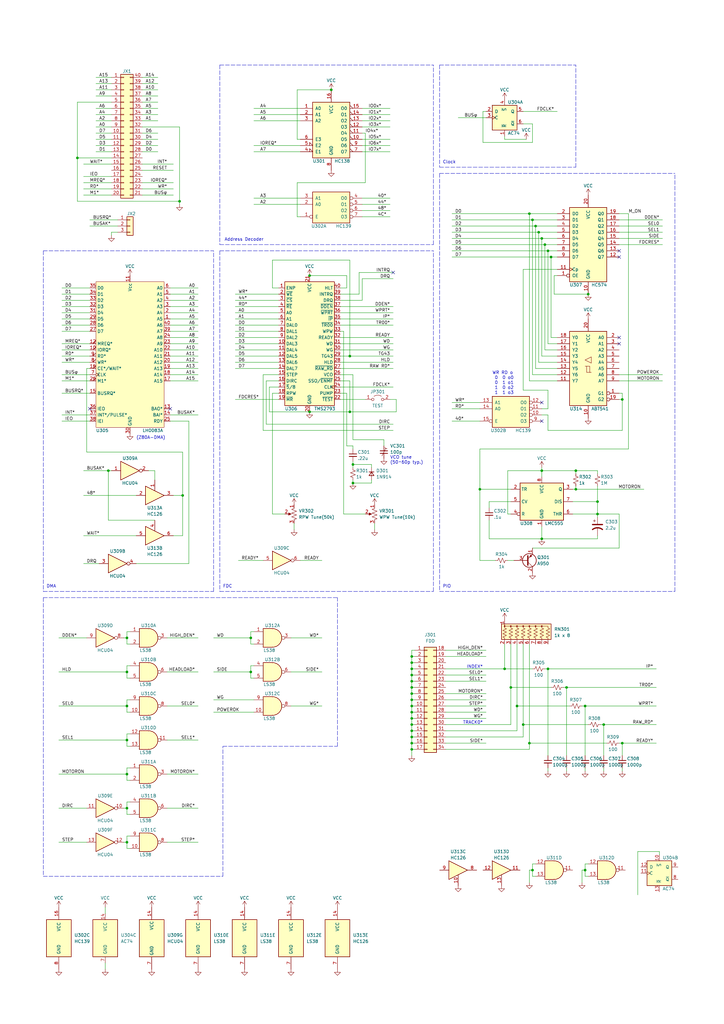
<source format=kicad_sch>
(kicad_sch (version 20211123) (generator eeschema)
  (paper "A3" portrait)
  (junction (at 218.44 356.87))
  (junction (at 143.51 146.05))
  (junction (at 168.91 292.1))
  (junction (at 209.55 281.94))
  (junction (at 196.85 200.66))
  (junction (at 219.71 92.71))
  (junction (at 135.89 36.83))
  (junction (at 52.07 275.59))
  (junction (at 224.79 274.32))
  (junction (at 207.01 274.32))
  (junction (at 240.03 356.87))
  (junction (at 217.17 87.63))
  (junction (at 168.91 297.18))
  (junction (at 222.25 193.04))
  (junction (at 44.45 193.04))
  (junction (at 217.17 304.8))
  (junction (at 168.91 304.8))
  (junction (at 168.91 284.48))
  (junction (at 168.91 271.78))
  (junction (at 127 113.03))
  (junction (at 245.11 210.82))
  (junction (at 73.66 82.55))
  (junction (at 214.63 297.18))
  (junction (at 144.78 198.12))
  (junction (at 226.06 105.41))
  (junction (at 168.91 299.72))
  (junction (at 52.07 303.53))
  (junction (at 168.91 307.34))
  (junction (at 168.91 302.26))
  (junction (at 168.91 274.32))
  (junction (at 168.91 281.94))
  (junction (at 247.65 297.18))
  (junction (at 52.07 317.5))
  (junction (at 236.22 193.04))
  (junction (at 223.52 100.33))
  (junction (at 168.91 279.4))
  (junction (at 212.09 289.56))
  (junction (at 241.3 120.65))
  (junction (at 168.91 287.02))
  (junction (at 255.27 163.83))
  (junction (at 222.25 220.98))
  (junction (at 102.87 275.59))
  (junction (at 52.07 261.62))
  (junction (at 144.78 190.5))
  (junction (at 224.79 102.87))
  (junction (at 222.25 97.79))
  (junction (at 31.75 64.77))
  (junction (at 168.91 269.24))
  (junction (at 232.41 281.94))
  (junction (at 52.07 289.56))
  (junction (at 220.98 95.25))
  (junction (at 240.03 289.56))
  (junction (at 245.11 205.74))
  (junction (at 102.87 261.62))
  (junction (at 143.51 168.91))
  (junction (at 255.27 304.8))
  (junction (at 74.93 203.2))
  (junction (at 218.44 90.17))
  (junction (at 52.07 345.44))
  (junction (at 168.91 294.64))
  (junction (at 52.07 331.47))
  (junction (at 168.91 289.56))
  (junction (at 127 168.91))
  (junction (at 236.22 200.66))
  (junction (at 168.91 276.86))
  (no_connect (at 254 105.41))
  (no_connect (at 69.85 167.64))
  (no_connect (at 222.25 165.1))
  (no_connect (at 254 102.87))
  (no_connect (at 254 140.97))
  (no_connect (at 254 138.43))
  (no_connect (at 161.29 111.76))
  (no_connect (at 222.25 172.72))
  (no_connect (at 36.83 167.64))
  (wire (pts (xy 222.25 167.64) (xy 224.79 167.64)))
  (wire (pts (xy 185.42 90.17) (xy 218.44 90.17)))
  (wire (pts (xy 182.88 299.72) (xy 212.09 299.72)))
  (wire (pts (xy 34.29 193.04) (xy 44.45 193.04)))
  (wire (pts (xy 217.17 304.8) (xy 248.92 304.8)))
  (wire (pts (xy 254 92.71) (xy 271.78 92.71)))
  (wire (pts (xy 139.7 143.51) (xy 161.29 143.51)))
  (wire (pts (xy 25.4 120.65) (xy 36.83 120.65)))
  (wire (pts (xy 142.24 161.29) (xy 142.24 182.88)))
  (wire (pts (xy 52.07 334.01) (xy 52.07 331.47)))
  (wire (pts (xy 228.6 148.59) (xy 220.98 148.59)))
  (wire (pts (xy 58.42 36.83) (xy 64.77 36.83)))
  (wire (pts (xy 24.13 331.47) (xy 35.56 331.47)))
  (wire (pts (xy 254 161.29) (xy 255.27 161.29)))
  (wire (pts (xy 222.25 215.9) (xy 222.25 220.98)))
  (wire (pts (xy 69.85 125.73) (xy 81.28 125.73)))
  (wire (pts (xy 96.52 135.89) (xy 114.3 135.89)))
  (polyline (pts (xy 180.34 242.57) (xy 276.86 242.57)))
  (wire (pts (xy 144.78 190.5) (xy 144.78 191.77)))
  (wire (pts (xy 152.4 196.85) (xy 152.4 198.12)))
  (wire (pts (xy 182.88 274.32) (xy 207.01 274.32)))
  (polyline (pts (xy 177.8 100.33) (xy 177.8 26.67)))
  (wire (pts (xy 68.58 275.59) (xy 81.28 275.59)))
  (wire (pts (xy 25.4 143.51) (xy 36.83 143.51)))
  (wire (pts (xy 96.52 120.65) (xy 114.3 120.65)))
  (wire (pts (xy 196.85 184.15) (xy 196.85 200.66)))
  (wire (pts (xy 168.91 284.48) (xy 170.18 284.48)))
  (wire (pts (xy 157.48 180.34) (xy 144.78 180.34)))
  (wire (pts (xy 255.27 304.8) (xy 255.27 309.88)))
  (wire (pts (xy 123.19 229.87) (xy 132.08 229.87)))
  (wire (pts (xy 218.44 356.87) (xy 217.17 356.87)))
  (wire (pts (xy 185.42 102.87) (xy 224.79 102.87)))
  (wire (pts (xy 50.8 331.47) (xy 52.07 331.47)))
  (wire (pts (xy 224.79 176.53) (xy 255.27 176.53)))
  (wire (pts (xy 218.44 356.87) (xy 218.44 359.41)))
  (wire (pts (xy 31.75 64.77) (xy 45.72 64.77)))
  (wire (pts (xy 245.11 194.31) (xy 245.11 193.04)))
  (wire (pts (xy 157.48 182.88) (xy 157.48 180.34)))
  (wire (pts (xy 68.58 303.53) (xy 81.28 303.53)))
  (polyline (pts (xy 180.34 26.67) (xy 236.22 26.67)))
  (wire (pts (xy 254 95.25) (xy 271.78 95.25)))
  (wire (pts (xy 63.5 193.04) (xy 63.5 196.85)))
  (wire (pts (xy 52.07 300.99) (xy 53.34 300.99)))
  (wire (pts (xy 168.91 302.26) (xy 168.91 304.8)))
  (wire (pts (xy 217.17 356.87) (xy 217.17 361.95)))
  (wire (pts (xy 182.88 307.34) (xy 217.17 307.34)))
  (wire (pts (xy 214.63 50.8) (xy 218.44 50.8)))
  (wire (pts (xy 104.14 264.16) (xy 102.87 264.16)))
  (wire (pts (xy 39.37 36.83) (xy 45.72 36.83)))
  (wire (pts (xy 139.7 148.59) (xy 161.29 148.59)))
  (wire (pts (xy 148.59 81.28) (xy 160.02 81.28)))
  (wire (pts (xy 228.6 153.67) (xy 218.44 153.67)))
  (wire (pts (xy 25.4 170.18) (xy 36.83 170.18)))
  (wire (pts (xy 182.88 287.02) (xy 199.39 287.02)))
  (wire (pts (xy 73.66 52.07) (xy 73.66 82.55)))
  (wire (pts (xy 168.91 279.4) (xy 168.91 281.94)))
  (wire (pts (xy 24.13 317.5) (xy 52.07 317.5)))
  (wire (pts (xy 152.4 198.12) (xy 144.78 198.12)))
  (wire (pts (xy 199.39 45.72) (xy 198.12 45.72)))
  (wire (pts (xy 218.44 90.17) (xy 228.6 90.17)))
  (wire (pts (xy 69.85 148.59) (xy 81.28 148.59)))
  (wire (pts (xy 222.25 170.18) (xy 224.79 170.18)))
  (wire (pts (xy 139.7 146.05) (xy 143.51 146.05)))
  (wire (pts (xy 208.28 229.87) (xy 210.82 229.87)))
  (wire (pts (xy 238.76 356.87) (xy 238.76 361.95)))
  (wire (pts (xy 185.42 167.64) (xy 196.85 167.64)))
  (wire (pts (xy 53.34 278.13) (xy 52.07 278.13)))
  (wire (pts (xy 168.91 289.56) (xy 170.18 289.56)))
  (wire (pts (xy 25.4 130.81) (xy 36.83 130.81)))
  (wire (pts (xy 104.14 83.82) (xy 123.19 83.82)))
  (wire (pts (xy 58.42 69.85) (xy 71.12 69.85)))
  (wire (pts (xy 58.42 44.45) (xy 64.77 44.45)))
  (wire (pts (xy 110.49 158.75) (xy 110.49 168.91)))
  (wire (pts (xy 52.07 261.62) (xy 52.07 259.08)))
  (polyline (pts (xy 17.78 102.87) (xy 17.78 242.57)))
  (wire (pts (xy 52.07 320.04) (xy 52.07 317.5)))
  (wire (pts (xy 52.07 342.9) (xy 53.34 342.9)))
  (wire (pts (xy 168.91 287.02) (xy 170.18 287.02)))
  (wire (pts (xy 148.59 83.82) (xy 160.02 83.82)))
  (wire (pts (xy 69.85 118.11) (xy 81.28 118.11)))
  (wire (pts (xy 35.56 151.13) (xy 35.56 185.42)))
  (wire (pts (xy 219.71 92.71) (xy 219.71 151.13)))
  (wire (pts (xy 168.91 276.86) (xy 168.91 279.4)))
  (wire (pts (xy 255.27 314.96) (xy 255.27 316.23)))
  (wire (pts (xy 58.42 67.31) (xy 71.12 67.31)))
  (wire (pts (xy 25.4 161.29) (xy 36.83 161.29)))
  (polyline (pts (xy 90.17 102.87) (xy 177.8 102.87)))
  (wire (pts (xy 254 210.82) (xy 254 224.79)))
  (wire (pts (xy 104.14 44.45) (xy 123.19 44.45)))
  (wire (pts (xy 119.38 289.56) (xy 132.08 289.56)))
  (wire (pts (xy 185.42 172.72) (xy 196.85 172.72)))
  (wire (pts (xy 139.7 125.73) (xy 161.29 125.73)))
  (wire (pts (xy 168.91 307.34) (xy 170.18 307.34)))
  (wire (pts (xy 148.59 57.15) (xy 160.02 57.15)))
  (wire (pts (xy 140.97 210.82) (xy 149.86 210.82)))
  (wire (pts (xy 139.7 130.81) (xy 161.29 130.81)))
  (wire (pts (xy 143.51 168.91) (xy 162.56 168.91)))
  (wire (pts (xy 212.09 264.16) (xy 212.09 289.56)))
  (wire (pts (xy 254 224.79) (xy 218.44 224.79)))
  (wire (pts (xy 238.76 289.56) (xy 240.03 289.56)))
  (wire (pts (xy 160.02 163.83) (xy 162.56 163.83)))
  (wire (pts (xy 121.92 36.83) (xy 135.89 36.83)))
  (wire (pts (xy 44.45 213.36) (xy 63.5 213.36)))
  (wire (pts (xy 168.91 297.18) (xy 168.91 299.72)))
  (wire (pts (xy 270.51 349.25) (xy 270.51 350.52)))
  (wire (pts (xy 104.14 62.23) (xy 123.19 62.23)))
  (wire (pts (xy 254 97.79) (xy 271.78 97.79)))
  (wire (pts (xy 185.42 165.1) (xy 196.85 165.1)))
  (wire (pts (xy 226.06 105.41) (xy 228.6 105.41)))
  (wire (pts (xy 261.62 349.25) (xy 270.51 349.25)))
  (wire (pts (xy 224.79 314.96) (xy 224.79 316.23)))
  (wire (pts (xy 34.29 77.47) (xy 45.72 77.47)))
  (wire (pts (xy 53.34 320.04) (xy 52.07 320.04)))
  (wire (pts (xy 53.34 334.01) (xy 52.07 334.01)))
  (wire (pts (xy 254 156.21) (xy 271.78 156.21)))
  (wire (pts (xy 45.72 193.04) (xy 44.45 193.04)))
  (wire (pts (xy 168.91 304.8) (xy 170.18 304.8)))
  (wire (pts (xy 224.79 102.87) (xy 224.79 140.97)))
  (wire (pts (xy 58.42 39.37) (xy 64.77 39.37)))
  (wire (pts (xy 207.01 57.15) (xy 215.9 57.15)))
  (wire (pts (xy 228.6 113.03) (xy 227.33 113.03)))
  (wire (pts (xy 240.03 314.96) (xy 240.03 316.23)))
  (wire (pts (xy 52.07 314.96) (xy 53.34 314.96)))
  (wire (pts (xy 222.25 193.04) (xy 222.25 195.58)))
  (wire (pts (xy 39.37 57.15) (xy 45.72 57.15)))
  (wire (pts (xy 139.7 120.65) (xy 147.32 120.65)))
  (wire (pts (xy 121.92 57.15) (xy 121.92 36.83)))
  (wire (pts (xy 96.52 123.19) (xy 114.3 123.19)))
  (wire (pts (xy 52.07 345.44) (xy 52.07 342.9)))
  (wire (pts (xy 96.52 163.83) (xy 114.3 163.83)))
  (wire (pts (xy 223.52 100.33) (xy 223.52 143.51)))
  (polyline (pts (xy 17.78 245.11) (xy 17.78 359.41)))
  (wire (pts (xy 52.07 328.93) (xy 53.34 328.93)))
  (wire (pts (xy 39.37 39.37) (xy 45.72 39.37)))
  (polyline (pts (xy 90.17 26.67) (xy 177.8 26.67)))
  (wire (pts (xy 142.24 182.88) (xy 144.78 182.88)))
  (wire (pts (xy 87.63 287.02) (xy 104.14 287.02)))
  (wire (pts (xy 227.33 113.03) (xy 227.33 120.65)))
  (wire (pts (xy 58.42 49.53) (xy 64.77 49.53)))
  (wire (pts (xy 214.63 297.18) (xy 214.63 302.26)))
  (wire (pts (xy 168.91 281.94) (xy 168.91 284.48)))
  (wire (pts (xy 139.7 156.21) (xy 143.51 156.21)))
  (wire (pts (xy 110.49 158.75) (xy 114.3 158.75)))
  (wire (pts (xy 148.59 88.9) (xy 160.02 88.9)))
  (wire (pts (xy 58.42 46.99) (xy 64.77 46.99)))
  (wire (pts (xy 69.85 130.81) (xy 81.28 130.81)))
  (wire (pts (xy 39.37 31.75) (xy 45.72 31.75)))
  (wire (pts (xy 36.83 92.71) (xy 48.26 92.71)))
  (wire (pts (xy 24.13 261.62) (xy 35.56 261.62)))
  (wire (pts (xy 209.55 281.94) (xy 209.55 297.18)))
  (wire (pts (xy 234.95 200.66) (xy 236.22 200.66)))
  (wire (pts (xy 77.47 172.72) (xy 69.85 172.72)))
  (wire (pts (xy 139.7 161.29) (xy 142.24 161.29)))
  (wire (pts (xy 168.91 276.86) (xy 170.18 276.86)))
  (wire (pts (xy 245.11 205.74) (xy 245.11 210.82)))
  (wire (pts (xy 25.4 153.67) (xy 36.83 153.67)))
  (wire (pts (xy 44.45 213.36) (xy 44.45 193.04)))
  (wire (pts (xy 185.42 95.25) (xy 220.98 95.25)))
  (wire (pts (xy 96.52 133.35) (xy 114.3 133.35)))
  (wire (pts (xy 218.44 50.8) (xy 218.44 58.42)))
  (wire (pts (xy 96.52 130.81) (xy 114.3 130.81)))
  (wire (pts (xy 69.85 140.97) (xy 81.28 140.97)))
  (polyline (pts (xy 17.78 242.57) (xy 87.63 242.57)))
  (wire (pts (xy 168.91 292.1) (xy 168.91 294.64)))
  (wire (pts (xy 39.37 59.69) (xy 45.72 59.69)))
  (wire (pts (xy 74.93 203.2) (xy 74.93 185.42)))
  (wire (pts (xy 182.88 294.64) (xy 199.39 294.64)))
  (wire (pts (xy 220.98 95.25) (xy 220.98 148.59)))
  (wire (pts (xy 219.71 354.33) (xy 218.44 354.33)))
  (wire (pts (xy 200.66 220.98) (xy 222.25 220.98)))
  (wire (pts (xy 168.91 299.72) (xy 170.18 299.72)))
  (wire (pts (xy 39.37 44.45) (xy 45.72 44.45)))
  (wire (pts (xy 143.51 106.68) (xy 143.51 146.05)))
  (wire (pts (xy 207.01 264.16) (xy 207.01 274.32)))
  (polyline (pts (xy 90.17 242.57) (xy 177.8 242.57)))
  (polyline (pts (xy 17.78 245.11) (xy 138.43 245.11)))
  (wire (pts (xy 25.4 140.97) (xy 36.83 140.97)))
  (wire (pts (xy 168.91 289.56) (xy 168.91 292.1)))
  (wire (pts (xy 182.88 284.48) (xy 199.39 284.48)))
  (wire (pts (xy 139.7 135.89) (xy 140.97 135.89)))
  (wire (pts (xy 241.3 354.33) (xy 240.03 354.33)))
  (polyline (pts (xy 180.34 71.12) (xy 276.86 71.12)))
  (wire (pts (xy 25.4 135.89) (xy 36.83 135.89)))
  (wire (pts (xy 77.47 231.14) (xy 77.47 172.72)))
  (wire (pts (xy 52.07 275.59) (xy 52.07 273.05)))
  (wire (pts (xy 127 168.91) (xy 143.51 168.91)))
  (wire (pts (xy 168.91 307.34) (xy 168.91 309.88)))
  (wire (pts (xy 31.75 41.91) (xy 45.72 41.91)))
  (wire (pts (xy 245.11 210.82) (xy 254 210.82)))
  (wire (pts (xy 148.59 62.23) (xy 160.02 62.23)))
  (wire (pts (xy 247.65 297.18) (xy 247.65 309.88)))
  (wire (pts (xy 96.52 148.59) (xy 114.3 148.59)))
  (wire (pts (xy 110.49 168.91) (xy 127 168.91)))
  (wire (pts (xy 25.4 128.27) (xy 36.83 128.27)))
  (wire (pts (xy 240.03 356.87) (xy 240.03 359.41)))
  (wire (pts (xy 139.7 138.43) (xy 161.29 138.43)))
  (wire (pts (xy 207.01 274.32) (xy 218.44 274.32)))
  (polyline (pts (xy 87.63 242.57) (xy 87.63 102.87)))
  (polyline (pts (xy 91.44 306.07) (xy 138.43 306.07)))
  (wire (pts (xy 74.93 185.42) (xy 35.56 185.42)))
  (wire (pts (xy 224.79 274.32) (xy 269.24 274.32)))
  (wire (pts (xy 52.07 278.13) (xy 52.07 275.59)))
  (wire (pts (xy 148.59 114.3) (xy 161.29 114.3)))
  (wire (pts (xy 45.72 95.25) (xy 45.72 96.52)))
  (wire (pts (xy 182.88 302.26) (xy 214.63 302.26)))
  (wire (pts (xy 240.03 289.56) (xy 269.24 289.56)))
  (wire (pts (xy 102.87 261.62) (xy 102.87 259.08)))
  (wire (pts (xy 119.38 275.59) (xy 132.08 275.59)))
  (wire (pts (xy 52.07 292.1) (xy 52.07 289.56)))
  (wire (pts (xy 214.63 297.18) (xy 241.3 297.18)))
  (wire (pts (xy 144.78 180.34) (xy 144.78 153.67)))
  (wire (pts (xy 168.91 287.02) (xy 168.91 289.56)))
  (wire (pts (xy 53.34 306.07) (xy 52.07 306.07)))
  (wire (pts (xy 111.76 210.82) (xy 116.84 210.82)))
  (polyline (pts (xy 180.34 26.67) (xy 180.34 68.58)))
  (wire (pts (xy 232.41 314.96) (xy 232.41 316.23)))
  (wire (pts (xy 48.26 95.25) (xy 45.72 95.25)))
  (wire (pts (xy 224.79 160.02) (xy 224.79 167.64)))
  (polyline (pts (xy 17.78 359.41) (xy 91.44 359.41)))
  (wire (pts (xy 222.25 97.79) (xy 228.6 97.79)))
  (wire (pts (xy 97.79 229.87) (xy 107.95 229.87)))
  (wire (pts (xy 247.65 297.18) (xy 269.24 297.18)))
  (wire (pts (xy 168.91 302.26) (xy 170.18 302.26)))
  (wire (pts (xy 71.12 219.71) (xy 74.93 219.71)))
  (wire (pts (xy 148.59 86.36) (xy 160.02 86.36)))
  (wire (pts (xy 168.91 299.72) (xy 168.91 302.26)))
  (wire (pts (xy 52.07 331.47) (xy 52.07 328.93)))
  (wire (pts (xy 232.41 281.94) (xy 269.24 281.94)))
  (wire (pts (xy 182.88 297.18) (xy 209.55 297.18)))
  (wire (pts (xy 69.85 143.51) (xy 81.28 143.51)))
  (wire (pts (xy 255.27 304.8) (xy 269.24 304.8)))
  (wire (pts (xy 168.91 269.24) (xy 168.91 271.78)))
  (wire (pts (xy 214.63 110.49) (xy 228.6 110.49)))
  (polyline (pts (xy 90.17 26.67) (xy 90.17 100.33)))
  (wire (pts (xy 87.63 292.1) (xy 104.14 292.1)))
  (wire (pts (xy 104.14 278.13) (xy 102.87 278.13)))
  (wire (pts (xy 209.55 200.66) (xy 196.85 200.66)))
  (wire (pts (xy 185.42 100.33) (xy 223.52 100.33)))
  (wire (pts (xy 34.29 67.31) (xy 45.72 67.31)))
  (wire (pts (xy 168.91 284.48) (xy 168.91 287.02)))
  (wire (pts (xy 182.88 279.4) (xy 199.39 279.4)))
  (wire (pts (xy 87.63 275.59) (xy 102.87 275.59)))
  (wire (pts (xy 71.12 203.2) (xy 74.93 203.2)))
  (wire (pts (xy 53.34 292.1) (xy 52.07 292.1)))
  (wire (pts (xy 227.33 120.65) (xy 241.3 120.65)))
  (wire (pts (xy 36.83 151.13) (xy 35.56 151.13)))
  (wire (pts (xy 102.87 278.13) (xy 102.87 275.59)))
  (wire (pts (xy 58.42 34.29) (xy 64.77 34.29)))
  (wire (pts (xy 69.85 156.21) (xy 81.28 156.21)))
  (wire (pts (xy 143.51 156.21) (xy 143.51 168.91)))
  (wire (pts (xy 261.62 349.25) (xy 261.62 367.03)))
  (wire (pts (xy 212.09 289.56) (xy 233.68 289.56)))
  (polyline (pts (xy 177.8 242.57) (xy 177.8 102.87)))
  (wire (pts (xy 39.37 34.29) (xy 45.72 34.29)))
  (wire (pts (xy 31.75 41.91) (xy 31.75 64.77)))
  (wire (pts (xy 218.44 58.42) (xy 198.12 58.42)))
  (wire (pts (xy 31.75 64.77) (xy 31.75 82.55)))
  (wire (pts (xy 24.13 303.53) (xy 52.07 303.53)))
  (wire (pts (xy 148.59 49.53) (xy 160.02 49.53)))
  (wire (pts (xy 96.52 146.05) (xy 114.3 146.05)))
  (wire (pts (xy 96.52 125.73) (xy 114.3 125.73)))
  (wire (pts (xy 148.59 44.45) (xy 160.02 44.45)))
  (wire (pts (xy 58.42 52.07) (xy 73.66 52.07)))
  (wire (pts (xy 53.34 264.16) (xy 52.07 264.16)))
  (wire (pts (xy 52.07 317.5) (xy 52.07 314.96)))
  (wire (pts (xy 43.18 394.97) (xy 43.18 397.51)))
  (wire (pts (xy 144.78 198.12) (xy 144.78 196.85)))
  (wire (pts (xy 148.59 54.61) (xy 149.86 54.61)))
  (wire (pts (xy 232.41 281.94) (xy 232.41 309.88)))
  (wire (pts (xy 69.85 123.19) (xy 81.28 123.19)))
  (wire (pts (xy 228.6 146.05) (xy 222.25 146.05)))
  (wire (pts (xy 34.29 72.39) (xy 45.72 72.39)))
  (wire (pts (xy 214.63 264.16) (xy 214.63 297.18)))
  (wire (pts (xy 214.63 45.72) (xy 228.6 45.72)))
  (wire (pts (xy 53.34 347.98) (xy 52.07 347.98)))
  (wire (pts (xy 111.76 118.11) (xy 111.76 106.68)))
  (wire (pts (xy 234.95 210.82) (xy 245.11 210.82)))
  (wire (pts (xy 25.4 118.11) (xy 36.83 118.11)))
  (wire (pts (xy 39.37 62.23) (xy 45.72 62.23)))
  (wire (pts (xy 185.42 97.79) (xy 222.25 97.79)))
  (wire (pts (xy 68.58 289.56) (xy 81.28 289.56)))
  (wire (pts (xy 34.29 231.14) (xy 40.64 231.14)))
  (wire (pts (xy 222.25 220.98) (xy 245.11 220.98)))
  (polyline (pts (xy 90.17 100.33) (xy 177.8 100.33)))
  (wire (pts (xy 102.87 273.05) (xy 104.14 273.05)))
  (wire (pts (xy 52.07 259.08) (xy 53.34 259.08)))
  (wire (pts (xy 257.81 87.63) (xy 257.81 184.15)))
  (wire (pts (xy 140.97 135.89) (xy 140.97 210.82)))
  (wire (pts (xy 168.91 274.32) (xy 168.91 276.86)))
  (wire (pts (xy 236.22 200.66) (xy 264.16 200.66)))
  (wire (pts (xy 111.76 106.68) (xy 143.51 106.68)))
  (wire (pts (xy 39.37 46.99) (xy 45.72 46.99)))
  (wire (pts (xy 162.56 163.83) (xy 162.56 168.91)))
  (wire (pts (xy 182.88 304.8) (xy 199.39 304.8)))
  (wire (pts (xy 182.88 269.24) (xy 199.39 269.24)))
  (wire (pts (xy 222.25 97.79) (xy 222.25 146.05)))
  (wire (pts (xy 209.55 205.74) (xy 200.66 205.74)))
  (wire (pts (xy 168.91 279.4) (xy 170.18 279.4)))
  (wire (pts (xy 39.37 52.07) (xy 45.72 52.07)))
  (wire (pts (xy 34.29 203.2) (xy 55.88 203.2)))
  (wire (pts (xy 240.03 289.56) (xy 240.03 309.88)))
  (wire (pts (xy 212.09 289.56) (xy 212.09 299.72)))
  (wire (pts (xy 255.27 176.53) (xy 255.27 163.83)))
  (wire (pts (xy 228.6 156.21) (xy 217.17 156.21)))
  (wire (pts (xy 96.52 143.51) (xy 114.3 143.51)))
  (wire (pts (xy 102.87 259.08) (xy 104.14 259.08)))
  (wire (pts (xy 69.85 128.27) (xy 81.28 128.27)))
  (wire (pts (xy 142.24 118.11) (xy 142.24 113.03)))
  (wire (pts (xy 109.22 173.99) (xy 161.29 173.99)))
  (wire (pts (xy 69.85 146.05) (xy 81.28 146.05)))
  (wire (pts (xy 196.85 184.15) (xy 257.81 184.15)))
  (wire (pts (xy 104.14 59.69) (xy 123.19 59.69)))
  (wire (pts (xy 148.59 46.99) (xy 160.02 46.99)))
  (wire (pts (xy 24.13 289.56) (xy 52.07 289.56)))
  (wire (pts (xy 148.59 52.07) (xy 160.02 52.07)))
  (wire (pts (xy 24.13 275.59) (xy 52.07 275.59)))
  (wire (pts (xy 60.96 193.04) (xy 63.5 193.04)))
  (wire (pts (xy 50.8 261.62) (xy 52.07 261.62)))
  (wire (pts (xy 152.4 191.77) (xy 152.4 190.5)))
  (wire (pts (xy 139.7 133.35) (xy 161.29 133.35)))
  (wire (pts (xy 214.63 110.49) (xy 214.63 160.02)))
  (wire (pts (xy 255.27 163.83) (xy 254 163.83)))
  (wire (pts (xy 69.85 133.35) (xy 81.28 133.35)))
  (wire (pts (xy 139.7 151.13) (xy 161.29 151.13)))
  (wire (pts (xy 102.87 275.59) (xy 102.87 273.05)))
  (wire (pts (xy 111.76 161.29) (xy 111.76 210.82)))
  (wire (pts (xy 144.78 189.23) (xy 144.78 190.5)))
  (wire (pts (xy 185.42 92.71) (xy 219.71 92.71)))
  (wire (pts (xy 24.13 345.44) (xy 35.56 345.44)))
  (wire (pts (xy 182.88 266.7) (xy 199.39 266.7)))
  (wire (pts (xy 69.85 120.65) (xy 81.28 120.65)))
  (wire (pts (xy 153.67 217.17) (xy 153.67 214.63)))
  (wire (pts (xy 224.79 102.87) (xy 228.6 102.87)))
  (wire (pts (xy 168.91 281.94) (xy 170.18 281.94)))
  (polyline (pts (xy 90.17 102.87) (xy 90.17 242.57)))
  (wire (pts (xy 228.6 151.13) (xy 219.71 151.13)))
  (wire (pts (xy 68.58 261.62) (xy 81.28 261.62)))
  (wire (pts (xy 209.55 281.94) (xy 226.06 281.94)))
  (wire (pts (xy 104.14 46.99) (xy 123.19 46.99)))
  (wire (pts (xy 107.95 176.53) (xy 161.29 176.53)))
  (wire (pts (xy 144.78 182.88) (xy 144.78 184.15)))
  (wire (pts (xy 217.17 87.63) (xy 228.6 87.63)))
  (wire (pts (xy 69.85 138.43) (xy 81.28 138.43)))
  (wire (pts (xy 254 90.17) (xy 271.78 90.17)))
  (wire (pts (xy 168.91 266.7) (xy 168.91 269.24)))
  (wire (pts (xy 209.55 210.82) (xy 208.28 210.82)))
  (wire (pts (xy 223.52 100.33) (xy 228.6 100.33)))
  (wire (pts (xy 34.29 80.01) (xy 45.72 80.01)))
  (wire (pts (xy 102.87 264.16) (xy 102.87 261.62)))
  (wire (pts (xy 139.7 128.27) (xy 161.29 128.27)))
  (wire (pts (xy 25.4 156.21) (xy 36.83 156.21)))
  (wire (pts (xy 109.22 156.21) (xy 109.22 173.99)))
  (wire (pts (xy 96.52 140.97) (xy 114.3 140.97)))
  (wire (pts (xy 245.11 210.82) (xy 245.11 212.09)))
  (wire (pts (xy 25.4 123.19) (xy 36.83 123.19)))
  (wire (pts (xy 58.42 41.91) (xy 64.77 41.91)))
  (wire (pts (xy 69.85 151.13) (xy 81.28 151.13)))
  (wire (pts (xy 120.65 217.17) (xy 120.65 214.63)))
  (wire (pts (xy 139.7 140.97) (xy 161.29 140.97)))
  (wire (pts (xy 139.7 118.11) (xy 142.24 118.11)))
  (wire (pts (xy 168.91 294.64) (xy 170.18 294.64)))
  (wire (pts (xy 240.03 356.87) (xy 238.76 356.87)))
  (wire (pts (xy 52.07 287.02) (xy 53.34 287.02)))
  (wire (pts (xy 246.38 297.18) (xy 247.65 297.18)))
  (wire (pts (xy 168.91 274.32) (xy 170.18 274.32)))
  (wire (pts (xy 224.79 274.32) (xy 224.79 309.88)))
  (wire (pts (xy 52.07 303.53) (xy 52.07 300.99)))
  (polyline (pts (xy 236.22 68.58) (xy 236.22 26.67)))
  (polyline (pts (xy 91.44 359.41) (xy 91.44 306.07)))
  (wire (pts (xy 50.8 345.44) (xy 52.07 345.44)))
  (polyline (pts (xy 17.78 102.87) (xy 87.63 102.87)))
  (wire (pts (xy 58.42 54.61) (xy 64.77 54.61)))
  (wire (pts (xy 114.3 161.29) (xy 111.76 161.29)))
  (wire (pts (xy 58.42 74.93) (xy 71.12 74.93)))
  (wire (pts (xy 245.11 220.98) (xy 245.11 219.71)))
  (wire (pts (xy 25.4 172.72) (xy 36.83 172.72)))
  (wire (pts (xy 214.63 160.02) (xy 224.79 160.02)))
  (wire (pts (xy 218.44 90.17) (xy 218.44 153.67)))
  (wire (pts (xy 25.4 133.35) (xy 36.83 133.35)))
  (wire (pts (xy 96.52 151.13) (xy 114.3 151.13)))
  (wire (pts (xy 149.86 54.61) (xy 149.86 74.93)))
  (wire (pts (xy 104.14 49.53) (xy 123.19 49.53)))
  (wire (pts (xy 168.91 271.78) (xy 168.91 274.32)))
  (wire (pts (xy 149.86 74.93) (xy 121.92 74.93)))
  (wire (pts (xy 148.59 123.19) (xy 148.59 114.3)))
  (wire (pts (xy 168.91 304.8) (xy 168.91 307.34)))
  (wire (pts (xy 139.7 158.75) (xy 161.29 158.75)))
  (wire (pts (xy 254 87.63) (xy 257.81 87.63)))
  (wire (pts (xy 139.7 163.83) (xy 149.86 163.83)))
  (wire (pts (xy 254 153.67) (xy 271.78 153.67)))
  (wire (pts (xy 68.58 317.5) (xy 81.28 317.5)))
  (wire (pts (xy 31.75 82.55) (xy 73.66 82.55)))
  (wire (pts (xy 223.52 274.32) (xy 224.79 274.32)))
  (wire (pts (xy 142.24 113.03) (xy 127 113.03)))
  (wire (pts (xy 147.32 111.76) (xy 161.29 111.76)))
  (polyline (pts (xy 180.34 68.58) (xy 236.22 68.58)))
  (wire (pts (xy 96.52 138.43) (xy 114.3 138.43)))
  (wire (pts (xy 226.06 105.41) (xy 226.06 138.43)))
  (wire (pts (xy 240.03 354.33) (xy 240.03 356.87)))
  (wire (pts (xy 236.22 193.04) (xy 245.11 193.04)))
  (wire (pts (xy 39.37 54.61) (xy 45.72 54.61)))
  (wire (pts (xy 55.88 231.14) (xy 77.47 231.14)))
  (wire (pts (xy 217.17 264.16) (xy 217.17 304.8)))
  (wire (pts (xy 58.42 80.01) (xy 71.12 80.01)))
  (polyline (pts (xy 180.34 71.12) (xy 180.34 242.57)))
  (wire (pts (xy 236.22 194.31) (xy 236.22 193.04)))
  (wire (pts (xy 121.92 88.9) (xy 123.19 88.9)))
  (wire (pts (xy 217.17 304.8) (xy 217.17 307.34)))
  (wire (pts (xy 52.07 289.56) (xy 52.07 287.02)))
  (wire (pts (xy 34.29 219.71) (xy 55.88 219.71)))
  (wire (pts (xy 254 304.8) (xy 255.27 304.8)))
  (wire (pts (xy 168.91 292.1) (xy 170.18 292.1)))
  (wire (pts (xy 247.65 314.96) (xy 247.65 316.23)))
  (wire (pts (xy 52.07 273.05) (xy 53.34 273.05)))
  (wire (pts (xy 52.07 347.98) (xy 52.07 345.44)))
  (wire (pts (xy 245.11 199.39) (xy 245.11 205.74)))
  (wire (pts (xy 200.66 213.36) (xy 200.66 220.98)))
  (wire (pts (xy 228.6 140.97) (xy 224.79 140.97)))
  (wire (pts (xy 69.85 170.18) (xy 81.28 170.18)))
  (wire (pts (xy 58.42 59.69) (xy 64.77 59.69)))
  (wire (pts (xy 68.58 331.47) (xy 81.28 331.47)))
  (wire (pts (xy 208.28 210.82) (xy 208.28 193.04)))
  (wire (pts (xy 69.85 135.89) (xy 81.28 135.89)))
  (wire (pts (xy 228.6 143.51) (xy 223.52 143.51)))
  (wire (pts (xy 185.42 105.41) (xy 226.06 105.41)))
  (wire (pts (xy 96.52 128.27) (xy 114.3 128.27)))
  (wire (pts (xy 209.55 264.16) (xy 209.55 281.94)))
  (wire (pts (xy 39.37 49.53) (xy 45.72 49.53)))
  (wire (pts (xy 107.95 153.67) (xy 107.95 176.53)))
  (wire (pts (xy 104.14 81.28) (xy 123.19 81.28)))
  (wire (pts (xy 254 100.33) (xy 271.78 100.33)))
  (wire (pts (xy 152.4 190.5) (xy 144.78 190.5)))
  (wire (pts (xy 119.38 261.62) (xy 132.08 261.62)))
  (wire (pts (xy 224.79 170.18) (xy 224.79 176.53)))
  (wire (pts (xy 147.32 120.65) (xy 147.32 111.76)))
  (wire (pts (xy 58.42 77.47) (xy 71.12 77.47)))
  (wire (pts (xy 196.85 229.87) (xy 203.2 229.87)))
  (wire (pts (xy 236.22 200.66) (xy 236.22 199.39)))
  (wire (pts (xy 182.88 276.86) (xy 199.39 276.86)))
  (wire (pts (xy 87.63 261.62) (xy 102.87 261.62)))
  (wire (pts (xy 58.42 31.75) (xy 64.77 31.75)))
  (wire (pts (xy 234.95 205.74) (xy 245.11 205.74)))
  (wire (pts (xy 185.42 87.63) (xy 217.17 87.63)))
  (wire (pts (xy 36.83 90.17) (xy 48.26 90.17)))
  (wire (pts (xy 168.91 297.18) (xy 170.18 297.18)))
  (wire (pts (xy 222.25 191.77) (xy 222.25 193.04)))
  (wire (pts (xy 168.91 269.24) (xy 170.18 269.24)))
  (wire (pts (xy 121.92 74.93) (xy 121.92 88.9)))
  (wire (pts (xy 217.17 87.63) (xy 217.17 156.21)))
  (wire (pts (xy 170.18 271.78) (xy 168.91 271.78)))
  (wire (pts (xy 148.59 59.69) (xy 160.02 59.69)))
  (wire (pts (xy 240.03 359.41) (xy 241.3 359.41)))
  (wire (pts (xy 226.06 138.43) (xy 228.6 138.43)))
  (wire (pts (xy 25.4 125.73) (xy 36.83 125.73)))
  (wire (pts (xy 114.3 118.11) (xy 111.76 118.11)))
  (wire (pts (xy 255.27 161.29) (xy 255.27 163.83)))
  (wire (pts (xy 196.85 229.87) (xy 196.85 200.66)))
  (wire (pts (xy 182.88 292.1) (xy 199.39 292.1)))
  (wire (pts (xy 220.98 95.25) (xy 228.6 95.25)))
  (wire (pts (xy 231.14 281.94) (xy 232.41 281.94)))
  (wire (pts (xy 139.7 123.19) (xy 148.59 123.19)))
  (polyline (pts (xy 138.43 306.07) (xy 138.43 245.11)))
  (wire (pts (xy 143.51 146.05) (xy 161.29 146.05)))
  (wire (pts (xy 198.12 45.72) (xy 198.12 58.42)))
  (wire (pts (xy 58.42 62.23) (xy 64.77 62.23)))
  (wire (pts (xy 236.22 193.04) (xy 222.25 193.04)))
  (wire (pts (xy 25.4 148.59) (xy 36.83 148.59)))
  (wire (pts (xy 182.88 289.56) (xy 199.39 289.56)))
  (wire (pts (xy 200.66 205.74) (xy 200.66 208.28)))
  (wire (pts (xy 52.07 306.07) (xy 52.07 303.53)))
  (wire (pts (xy 207.01 55.88) (xy 207.01 57.15)))
  (wire (pts (xy 68.58 345.44) (xy 81.28 345.44)))
  (wire (pts (xy 25.4 146.05) (xy 36.83 146.05)))
  (wire (pts (xy 114.3 156.21) (xy 109.22 156.21)))
  (wire (pts (xy 144.78 153.67) (xy 139.7 153.67)))
  (wire (pts (xy 58.42 57.15) (xy 64.77 57.15)))
  (wire (pts (xy 114.3 153.67) (xy 107.95 153.67)))
  (polyline (pts (xy 276.86 242.57) (xy 276.86 71.12)))
  (wire (pts (xy 187.96 48.26) (xy 199.39 48.26)))
  (wire (pts (xy 52.07 264.16) (xy 52.07 261.62)))
  (wire (pts (xy 168.91 294.64) (xy 168.91 297.18)))
  (wire (pts (xy 218.44 354.33) (xy 218.44 356.87)))
  (wire (pts (xy 73.66 82.55) (xy 73.66 83.82)))
  (wire (pts (xy 170.18 266.7) (xy 168.91 266.7)))
  (wire (pts (xy 74.93 219.71) (xy 74.93 203.2)))
  (wire (pts (xy 208.28 193.04) (xy 222.25 193.04)))
  (wire (pts (xy 219.71 92.71) (xy 228.6 92.71)))
  (wire (pts (xy 123.19 57.15) (xy 121.92 57.15)))
  (wire (pts (xy 43.18 372.11) (xy 43.18 374.65)))
  (wire (pts (xy 218.44 359.41) (xy 219.71 359.41)))
  (wire (pts (xy 34.29 74.93) (xy 45.72 74.93)))
  (wire (pts (xy 69.85 153.67) (xy 81.28 153.67)))
  (text "Address Decoder" (at 92.075 99.06 0) (effects (font (size 1.27 1.27)) (justify left bottom)))
  (text "(Z80A-DMA)" (at 55.88 180.34 0) (effects (font (size 1.27 1.27)) (justify left bottom)))
  (text "FDC" (at 91.44 241.3 0) (effects (font (size 1.27 1.27)) (justify left bottom)))
  (text "Clock" (at 181.61 67.31 0) (effects (font (size 1.27 1.27)) (justify left bottom)))
  (text "PIO" (at 181.61 241.3 0) (effects (font (size 1.27 1.27)) (justify left bottom)))
  (text "DMA" (at 19.05 241.3 0) (effects (font (size 1.27 1.27)) (justify left bottom)))
  (text "WR RD o\n 0  0 o0\n 0  1 o1\n 1  0 o2\n 1  1 o3" (at 201.93 161.925 0) (effects (font (size 1.27 1.27)) (justify left bottom)))
  (text "TRACK0*" (at 198.12 297.18 180) (effects (font (size 1.27 1.27)) (justify right bottom)))
  (text "INDEX*" (at 198.12 274.32 180) (effects (font (size 1.27 1.27)) (justify right bottom)))
  (text "VCO tune\n(50～60p typ.)" (at 160.02 190.5 0) (effects (font (size 1.27 1.27)) (justify left bottom)))
  (label "SEL1" (at 270.51 95.25 180))
  (label "MREQ*" (at 36.83 74.93 0))
  (label "A9" (at 80.01 140.97 180))
  (label "D2" (at 26.67 123.19 0))
  (label "WD" (at 160.02 140.97 180))
  (label "A0" (at 40.64 52.07 0))
  (label "D3" (at 40.64 59.69 0))
  (label "D3" (at 97.79 140.97 0))
  (label "A6" (at 80.01 133.35 180))
  (label "FDCLK*" (at 227.33 45.72 180))
  (label "A11" (at 80.01 146.05 180))
  (label "A4" (at 80.01 128.27 180))
  (label "MOTORON*" (at 198.12 284.48 180))
  (label "IOREQ*" (at 26.67 143.51 0))
  (label "HIGH_DEN*" (at 198.12 266.7 180))
  (label "SEL1" (at 25.4 303.53 0))
  (label "D2" (at 59.69 59.69 0))
  (label "READY" (at 160.02 138.43 180))
  (label "D6" (at 26.67 133.35 0))
  (label "A15" (at 40.64 31.75 0))
  (label "READY" (at 130.81 229.87 180))
  (label "DDEN*" (at 270.51 90.17 180))
  (label "WAIT*" (at 35.56 219.71 0))
  (label "SIDE*" (at 130.81 275.59 180))
  (label "A1" (at 97.79 130.81 0))
  (label "DDEN*" (at 25.4 261.62 0))
  (label "DIRC*" (at 80.01 331.47 180))
  (label "SEL0*" (at 80.01 289.56 180))
  (label "IO2x*" (at 151.13 49.53 0))
  (label "BUSφ" (at 26.67 153.67 0))
  (label "IEO" (at 36.83 72.39 0))
  (label "INT*" (at 26.67 170.18 0))
  (label "D4" (at 59.69 57.15 0))
  (label "WPRT*" (at 160.02 128.27 180))
  (label "D7" (at 186.69 105.41 0))
  (label "RD*" (at 26.67 146.05 0))
  (label "D7" (at 97.79 151.13 0))
  (label "STEP" (at 25.4 345.44 0))
  (label "HIGH_DEN*" (at 80.01 261.62 180))
  (label "SIDE" (at 270.51 97.79 180))
  (label "44*" (at 154.94 83.82 0))
  (label "D1" (at 186.69 90.17 0))
  (label "4C*" (at 154.94 88.9 0))
  (label "SEL1*" (at 80.01 303.53 180))
  (label "DIRC*" (at 198.12 287.02 180))
  (label "D3" (at 26.67 125.73 0))
  (label "BUSAK*" (at 80.01 170.18 180))
  (label "A7" (at 106.68 62.23 0))
  (label "DRQ" (at 35.56 231.14 0))
  (label "WR*" (at 26.67 148.59 0))
  (label "D1" (at 26.67 120.65 0))
  (label "A2" (at 80.01 123.19 180))
  (label "SEL0" (at 270.51 92.71 180))
  (label "D7" (at 26.67 135.89 0))
  (label "DDEN*" (at 160.02 125.73 180))
  (label "IO1x*" (at 151.13 46.99 0))
  (label "D3" (at 186.69 95.25 0))
  (label "M1*" (at 26.67 156.21 0))
  (label "BUSRQ*" (at 26.67 161.29 0))
  (label "A5" (at 80.01 130.81 180))
  (label "MOTORON" (at 270.51 156.21 180))
  (label "IO4x*" (at 149.86 54.61 0))
  (label "HEADLOAD*" (at 198.12 269.24 180))
  (label "WD*" (at 130.81 261.62 180))
  (label "DIRC" (at 160.02 173.99 180))
  (label "D4" (at 26.67 128.27 0))
  (label "A5" (at 59.69 44.45 0))
  (label "WD" (at 88.9 261.62 0))
  (label "SEL1*" (at 198.12 279.4 180))
  (label "WR*" (at 68.58 77.47 180))
  (label "A9" (at 40.64 39.37 0))
  (label "RAW_RD*" (at 267.97 297.18 180))
  (label "A15" (at 80.01 156.21 180))
  (label "RD*" (at 186.69 167.64 0))
  (label "POWEROK" (at 270.51 153.67 180))
  (label "WG*" (at 130.81 289.56 180))
  (label "FDCLK*" (at 160.02 158.75 180))
  (label "SEL0" (at 25.4 289.56 0))
  (label "D0" (at 186.69 87.63 0))
  (label "A7" (at 59.69 41.91 0))
  (label "D1" (at 97.79 135.89 0))
  (label "HLD" (at 160.02 148.59 180))
  (label "A12" (at 59.69 34.29 0))
  (label "MOTORON" (at 25.4 317.5 0))
  (label "A3" (at 80.01 125.73 180))
  (label "BUSRQ*" (at 38.1 90.17 0))
  (label "WD*" (at 198.12 292.1 180))
  (label "RAW RD*" (at 160.02 151.13 180))
  (label "RD*" (at 97.79 125.73 0))
  (label "D2" (at 186.69 92.71 0))
  (label "BUSφ" (at 190.5 48.26 0))
  (label "TG43" (at 160.02 146.05 180))
  (label "D5" (at 40.64 57.15 0))
  (label "A10" (at 59.69 36.83 0))
  (label "MOTORON*" (at 80.01 317.5 180))
  (label "RD*" (at 36.83 77.47 0))
  (label "A2" (at 40.64 49.53 0))
  (label "D6" (at 59.69 54.61 0))
  (label "A3" (at 106.68 81.28 0))
  (label "44*" (at 97.79 123.19 0))
  (label "DRQ" (at 160.02 114.3 180))
  (label "A8" (at 59.69 39.37 0))
  (label "WR*" (at 186.69 165.1 0))
  (label "48*" (at 154.94 86.36 0))
  (label "A2" (at 106.68 83.82 0))
  (label "A1" (at 80.01 120.65 180))
  (label "D5" (at 97.79 146.05 0))
  (label "IP*" (at 160.02 130.81 180))
  (label "IEO" (at 26.67 172.72 0))
  (label "FDCRES*" (at 270.51 100.33 180))
  (label "A10" (at 80.01 143.51 180))
  (label "STEP" (at 160.02 176.53 180))
  (label "INT*" (at 68.58 67.31 180))
  (label "D6" (at 97.79 148.59 0))
  (label "SIDE" (at 88.9 275.59 0))
  (label "A5" (at 106.68 46.99 0))
  (label "FDCRES*" (at 97.79 163.83 0))
  (label "BUSφ" (at 68.58 80.01 180))
  (label "A13" (at 80.01 151.13 180))
  (label "D0" (at 97.79 133.35 0))
  (label "40*" (at 186.69 172.72 0))
  (label "BUSAK*" (at 35.56 193.04 0))
  (label "IOREQ*" (at 68.58 74.93 180))
  (label "IP*" (at 267.97 274.32 180))
  (label "A6" (at 106.68 49.53 0))
  (label "A14" (at 59.69 31.75 0))
  (label "TR00*" (at 160.02 133.35 180))
  (label "WAIT*" (at 36.83 67.31 0))
  (label "RESET" (at 68.58 69.85 180))
  (label "WG" (at 160.02 143.51 180))
  (label "A4" (at 106.68 44.45 0))
  (label "IO3x*" (at 151.13 52.07 0))
  (label "D1" (at 40.64 62.23 0))
  (label "A0" (at 97.79 128.27 0))
  (label "WG" (at 88.9 287.02 0))
  (label "MOTORON" (at 262.89 200.66 180))
  (label "A13" (at 40.64 34.29 0))
  (label "IO7x*" (at 151.13 62.23 0))
  (label "M1*" (at 36.83 80.01 0))
  (label "A6" (at 40.64 44.45 0))
  (label "D7" (at 40.64 54.61 0))
  (label "HLD" (at 25.4 275.59 0))
  (label "D6" (at 186.69 102.87 0))
  (label "D2" (at 97.79 138.43 0))
  (label "WR*" (at 97.79 120.65 0))
  (label "D4" (at 97.79 143.51 0))
  (label "A7" (at 80.01 135.89 180))
  (label "READY*" (at 99.06 229.87 0))
  (label "READY*" (at 267.97 304.8 180))
  (label "HEADLOAD*" (at 80.01 275.59 180))
  (label "MREQ*" (at 26.67 140.97 0))
  (label "BUSAK*" (at 38.1 92.71 0))
  (label "D0" (at 26.67 118.11 0))
  (label "SIDE*" (at 198.12 304.8 180))
  (label "A1" (at 59.69 49.53 0))
  (label "D5" (at 186.69 100.33 0))
  (label "STEP*" (at 80.01 345.44 180))
  (label "A14" (at 80.01 153.67 180))
  (label "WG*" (at 198.12 294.64 180))
  (label "SEL0*" (at 198.12 276.86 180))
  (label "WPRT*" (at 267.97 289.56 180))
  (label "IOREQ*" (at 106.68 59.69 0))
  (label "STEP*" (at 198.12 289.56 180))
  (label "POWEROK" (at 88.9 292.1 0))
  (label "D0" (at 59.69 62.23 0))
  (label "D4" (at 186.69 97.79 0))
  (label "INTRQ" (at 160.02 111.76 180))
  (label "TR00*" (at 267.97 281.94 180))
  (label "48*" (at 35.56 203.2 0))
  (label "DIRC" (at 25.4 331.47 0))
  (label "IO5x*" (at 151.13 57.15 0))
  (label "M_ON" (at 257.81 87.63 0))
  (label "D5" (at 26.67 130.81 0))
  (label "IO6x*" (at 151.13 59.69 0))
  (label "A12" (at 80.01 148.59 180))
  (label "A11" (at 40.64 36.83 0))
  (label "IO0x*" (at 151.13 44.45 0))
  (label "40*" (at 154.94 81.28 0))
  (label "A3" (at 59.69 46.99 0))
  (label "A0" (at 80.01 118.11 180))
  (label "A8" (at 80.01 138.43 180))
  (label "A4" (at 40.64 46.99 0))
  (symbol (lib_id "Zilog:Z80DMA") (at 53.34 144.78 0) (unit 1)
    (property "Reference" "U305" (at 39.37 176.53 0) (effects (justify left)))
    (property "Value" "LH0083A" (at 58.42 176.53 0) (effects (justify left)))
  )
  (symbol (lib_id "power:GND") (at 255.27 316.23 0) (unit 1)
    (property "Reference" "#PWR?" (effects hide))
    (property "Value" "GND" (effects hide))
  )
  (symbol (lib_id "power:GND") (at 168.91 309.88 0) (unit 1)
    (property "Reference" "#PWR?" (effects hide))
    (property "Value" "GND" (effects hide))
  )
  (symbol (lib_id "power:VCC") (at 241.3 80.01 0) (unit 1)
    (property "Reference" "#PWR?" (effects hide))
    (property "Value" "VCC" (at 241.3 76.2 0))
  )
  (symbol (lib_id "74xx:74LS38") (at 111.76 275.59 0) (unit 2)
    (property "Reference" "U312" (at 111.76 270.51 0))
    (property "Value" "LS38" (at 110.49 280.67 0))
    (property "Datasheet" "http://www.ti.com/lit/gpn/sn74LS38" (effects hide))
  )
  (symbol (lib_id "power:GND") (at 153.67 217.17 0) (unit 1)
    (property "Reference" "#PWR?" (effects hide))
    (property "Value" "GND" (effects hide))
  )
  (symbol (lib_id "Device:C_Trim_Small") (at 157.48 185.42 0) (unit 1)
    (property "Reference" "VC301" (at 160.02 182.88 0) (effects (justify left)))
    (property "Value" "100p" (at 160.02 185.42 0) (effects (justify left)))
  )
  (symbol (lib_id "power:GND") (at 24.13 397.51 0) (unit 1)
    (property "Reference" "#PWR?" (effects hide))
    (property "Value" "GND" (effects hide))
  )
  (symbol (lib_id "power:VCC") (at 241.3 130.81 0) (unit 1)
    (property "Reference" "#PWR?" (effects hide))
    (property "Value" "VCC" (at 241.3 127 0))
  )
  (symbol (lib_id "Device:R_Small_US") (at 205.74 229.87 90) (unit 1)
    (property "Reference" "R304" (at 208.28 227.33 90) (effects (justify left)))
    (property "Value" "1k" (at 207.01 232.41 90) (effects (justify left)))
  )
  (symbol (lib_id "74xx:74LS126") (at 187.96 356.87 0) (unit 3)
    (property "Reference" "U313" (at 187.96 349.25 0))
    (property "Value" "HC126" (at 187.96 351.79 0))
    (property "Datasheet" "http://www.ti.com/lit/gpn/sn74LS126" (effects hide))
  )
  (symbol (lib_id "74xx:74LS38") (at 111.76 261.62 0) (unit 1)
    (property "Reference" "U312" (at 111.76 256.54 0))
    (property "Value" "LS38" (at 110.49 266.7 0))
    (property "Datasheet" "http://www.ti.com/lit/gpn/sn74LS38" (effects hide))
  )
  (symbol (lib_id "power:VCC") (at 81.28 372.11 0) (unit 1)
    (property "Reference" "#PWR?" (effects hide))
    (property "Value" "VCC" (at 81.28 368.3 0))
  )
  (symbol (lib_id "Device:R_Potentiometer_US") (at 153.67 210.82 0) (mirror y) (unit 1)
    (property "Reference" "VR301" (at 155.575 209.55 0) (effects (justify right)))
    (property "Value" "WPW Tune(10k)" (at 155.575 212.09 0) (effects (justify right)))
  )
  (symbol (lib_id "Connector_Generic:Conn_02x17_Top_Bottom") (at 175.26 287.02 0) (unit 1)
    (property "Reference" "J301" (at 176.53 260.35 0))
    (property "Value" "FDD" (at 176.53 262.89 0))
  )
  (symbol (lib_id "power:GND") (at 138.43 397.51 0) (unit 1)
    (property "Reference" "#PWR?" (effects hide))
    (property "Value" "GND" (effects hide))
  )
  (symbol (lib_id "74xx:74LS04") (at 62.23 384.81 0) (unit 7)
    (property "Reference" "U309" (at 68.58 383.5399 0) (effects (justify left)))
    (property "Value" "HCU04" (at 68.58 386.0799 0) (effects (justify left)))
    (property "Datasheet" "http://www.ti.com/lit/gpn/sn74LS04" (effects hide))
  )
  (symbol (lib_id "Device:C_Small") (at 232.41 312.42 0) (unit 1)
    (property "Reference" "C305" (at 234.315 311.15 0) (effects (justify left)))
    (property "Value" "1000p" (at 234.315 313.69 0) (effects (justify left)))
  )
  (symbol (lib_id "TMS:TMS2793") (at 127 139.7 0) (unit 1)
    (property "Reference" "U306" (at 116.84 167.64 0) (effects (justify left)))
    (property "Value" "TMS2793" (at 128.905 167.64 0) (effects (justify left)))
  )
  (symbol (lib_id "power:GND") (at 73.66 83.82 0) (unit 1)
    (property "Reference" "#PWR?" (effects hide))
    (property "Value" "GND" (effects hide))
  )
  (symbol (lib_id "power:VCC") (at 24.13 372.11 0) (unit 1)
    (property "Reference" "#PWR?" (effects hide))
    (property "Value" "VCC" (at 24.13 368.3 0))
  )
  (symbol (lib_id "Device:R_Potentiometer_US") (at 120.65 210.82 0) (mirror y) (unit 1)
    (property "Reference" "VR302" (at 122.555 209.55 0) (effects (justify right)))
    (property "Value" "RPW Tune(50k)" (at 122.555 212.09 0) (effects (justify right)))
  )
  (symbol (lib_id "power:GND") (at 43.18 397.51 0) (unit 1)
    (property "Reference" "#PWR?" (effects hide))
    (property "Value" "GND" (effects hide))
  )
  (symbol (lib_id "74xx:74LS139") (at 209.55 167.64 0) (unit 2)
    (property "Reference" "U302" (at 204.47 176.53 0))
    (property "Value" "HC139" (at 214.63 176.53 0))
    (property "Datasheet" "http://www.ti.com/lit/ds/symlink/sn74ls139a.pdf" (effects hide))
  )
  (symbol (lib_id "Device:R_Small_US") (at 251.46 304.8 90) (unit 1)
    (property "Reference" "R309" (at 254 302.26 90) (effects (justify left)))
    (property "Value" "100" (at 253.365 307.34 90) (effects (justify left)))
  )
  (symbol (lib_id "74xx:74LS74") (at 270.51 358.14 0) (unit 2)
    (property "Reference" "U304" (at 271.78 351.79 0) (effects (justify left)))
    (property "Value" "AC74" (at 271.78 364.49 0) (effects (justify left)))
    (property "Datasheet" "74xx/74hc_hct74.pdf" (effects hide))
  )
  (symbol (lib_id "power:VCC") (at 119.38 372.11 0) (unit 1)
    (property "Reference" "#PWR?" (effects hide))
    (property "Value" "VCC" (at 119.38 368.3 0))
  )
  (symbol (lib_id "Connector_Generic:Conn_02x20_Counter_Clockwise") (at 50.8 54.61 0) (unit 1)
    (property "Reference" "JX1" (at 52.07 29.21 0))
    (property "Value" "Conn_02x20_Counter_Clockwise" (effects hide))
  )
  (symbol (lib_id "74xx:74LS04") (at 43.18 345.44 0) (unit 6)
    (property "Reference" "U309" (at 43.18 340.36 0))
    (property "Value" "HCU04" (at 43.18 350.52 0))
    (property "Datasheet" "http://www.ti.com/lit/gpn/sn74LS04" (effects hide))
  )
  (symbol (lib_id "74xx:74LS74") (at 43.18 384.81 0) (unit 3)
    (property "Reference" "U304" (at 49.53 383.5399 0) (effects (justify left)))
    (property "Value" "AC74" (at 49.53 386.0799 0) (effects (justify left)))
    (property "Datasheet" "74xx/74hc_hct74.pdf" (effects hide))
  )
  (symbol (lib_id "power:GND") (at 100.33 397.51 0) (unit 1)
    (property "Reference" "#PWR?" (effects hide))
    (property "Value" "GND" (effects hide))
  )
  (symbol (lib_id "74xx:74LS126") (at 138.43 384.81 0) (unit 5)
    (property "Reference" "U313" (at 144.78 383.5399 0) (effects (justify left)))
    (property "Value" "HC126" (at 144.78 386.0799 0) (effects (justify left)))
    (property "Datasheet" "http://www.ti.com/lit/gpn/sn74LS126" (effects hide))
  )
  (symbol (lib_id "74xx:74LS38") (at 81.28 384.81 0) (unit 5)
    (property "Reference" "U310" (at 87.63 383.5399 0) (effects (justify left)))
    (property "Value" "LS38" (at 87.63 386.0799 0) (effects (justify left)))
    (property "Datasheet" "http://www.ti.com/lit/gpn/sn74LS38" (effects hide))
  )
  (symbol (lib_id "74xx:74LS139") (at 24.13 384.81 0) (unit 3)
    (property "Reference" "U302" (at 30.48 383.5399 0) (effects (justify left)))
    (property "Value" "HC139" (at 30.48 386.0799 0) (effects (justify left)))
    (property "Datasheet" "http://www.ti.com/lit/ds/symlink/sn74ls139a.pdf" (effects hide))
  )
  (symbol (lib_id "power:GND") (at 144.78 198.12 0) (unit 1)
    (property "Reference" "#PWR?" (effects hide))
    (property "Value" "GND" (effects hide))
  )
  (symbol (lib_id "power:GND") (at 218.44 234.95 0) (unit 1)
    (property "Reference" "#PWR?" (effects hide))
    (property "Value" "GND" (effects hide))
  )
  (symbol (lib_id "power:GND") (at 53.34 177.8 0) (unit 1)
    (property "Reference" "#PWR?" (effects hide))
    (property "Value" "GND" (effects hide))
  )
  (symbol (lib_id "Device:R_Small_US") (at 236.22 289.56 90) (unit 1)
    (property "Reference" "R307" (at 238.76 287.02 90) (effects (justify left)))
    (property "Value" "100" (at 238.125 292.1 90) (effects (justify left)))
  )
  (symbol (lib_id "power:GND") (at 62.23 397.51 0) (unit 1)
    (property "Reference" "#PWR?" (effects hide))
    (property "Value" "GND" (effects hide))
  )
  (symbol (lib_id "74xx:74LS04") (at 43.18 261.62 0) (unit 4)
    (property "Reference" "U309" (at 43.18 256.54 0))
    (property "Value" "HCU04" (at 43.18 266.7 0))
    (property "Datasheet" "http://www.ti.com/lit/gpn/sn74LS04" (effects hide))
  )
  (symbol (lib_id "74xx:74LS38") (at 60.96 331.47 0) (unit 2)
    (property "Reference" "U311" (at 60.96 326.39 0))
    (property "Value" "LS38" (at 59.69 336.55 0))
    (property "Datasheet" "http://www.ti.com/lit/gpn/sn74LS38" (effects hide))
  )
  (symbol (lib_id "power:GND") (at 232.41 316.23 0) (unit 1)
    (property "Reference" "#PWR?" (effects hide))
    (property "Value" "GND" (effects hide))
  )
  (symbol (lib_id "74xx:74LS38") (at 60.96 303.53 0) (unit 4)
    (property "Reference" "U310" (at 60.96 298.45 0))
    (property "Value" "LS38" (at 59.69 308.61 0))
    (property "Datasheet" "http://www.ti.com/lit/gpn/sn74LS38" (effects hide))
  )
  (symbol (lib_id "Connector_Generic:Conn_01x03") (at 53.34 92.71 0) (unit 1)
    (property "Reference" "JX2" (at 52.07 87.63 0) (effects (justify left)))
    (property "Value" "Conn_01x03" (effects hide))
  )
  (symbol (lib_id "Jumper:Jumper_2_Open") (at 154.94 163.83 0) (unit 1)
    (property "Reference" "JP301" (at 154.94 160.655 0))
    (property "Value" "TEST" (at 154.94 166.37 0))
  )
  (symbol (lib_id "power:GND") (at 240.03 316.23 0) (unit 1)
    (property "Reference" "#PWR?" (effects hide))
    (property "Value" "GND" (effects hide))
  )
  (symbol (lib_id "74xx:74LS38") (at 60.96 261.62 0) (unit 1)
    (property "Reference" "U310" (at 60.96 256.54 0))
    (property "Value" "LS38" (at 59.69 266.7 0))
    (property "Datasheet" "http://www.ti.com/lit/gpn/sn74LS38" (effects hide))
  )
  (symbol (lib_id "Device:R_Network08_US") (at 217.17 259.08 0) (unit 1)
    (property "Reference" "RN301" (at 227.33 258.0639 0) (effects (justify left)))
    (property "Value" "1k x 8" (at 227.33 260.6039 0) (effects (justify left)))
    (property "Footprint" "Resistor_THT:R_Array_SIP9" (effects hide))
    (property "Datasheet" "http://www.vishay.com/docs/31509/csc.pdf" (effects hide))
  )
  (symbol (lib_id "74xx:74LS38") (at 60.96 275.59 0) (unit 2)
    (property "Reference" "U310" (at 60.96 270.51 0))
    (property "Value" "LS38" (at 59.69 280.67 0))
    (property "Datasheet" "http://www.ti.com/lit/gpn/sn74LS38" (effects hide))
  )
  (symbol (lib_id "Device:Q_PNP_ECB") (at 215.9 229.87 0) (mirror x) (unit 1)
    (property "Reference" "Q301" (at 220.345 228.6 0) (effects (justify left)))
    (property "Value" "A950" (at 220.345 231.14 0) (effects (justify left)))
  )
  (symbol (lib_id "74xx:74LS38") (at 227.33 356.87 0) (unit 4)
    (property "Reference" "U311" (at 227.33 351.79 0))
    (property "Value" "LS38" (at 226.06 361.95 0))
    (property "Datasheet" "http://www.ti.com/lit/gpn/sn74LS38" (effects hide))
  )
  (symbol (lib_id "power:GND") (at 157.48 187.96 0) (unit 1)
    (property "Reference" "#PWR?" (effects hide))
    (property "Value" "GND" (effects hide))
  )
  (symbol (lib_id "Device:C_Small") (at 255.27 312.42 0) (unit 1)
    (property "Reference" "C308" (at 257.175 311.15 0) (effects (justify left)))
    (property "Value" "1000p" (at 257.175 313.69 0) (effects (justify left)))
  )
  (symbol (lib_id "74xx:74LS126") (at 63.5 219.71 0) (mirror x) (unit 2)
    (property "Reference" "U313" (at 63.5 224.79 0))
    (property "Value" "HC126" (at 63.5 227.33 0))
    (property "Datasheet" "http://www.ti.com/lit/gpn/sn74LS126" (effects hide))
  )
  (symbol (lib_id "74xx:74LS38") (at 100.33 384.81 0) (unit 5)
    (property "Reference" "U311" (at 106.68 383.5399 0) (effects (justify left)))
    (property "Value" "LS38" (at 106.68 386.0799 0) (effects (justify left)))
    (property "Datasheet" "http://www.ti.com/lit/gpn/sn74LS38" (effects hide))
  )
  (symbol (lib_id "74xx:74LS74") (at 207.01 48.26 0) (unit 1)
    (property "Reference" "U304" (at 208.28 41.91 0) (effects (justify left)))
    (property "Value" "AC74" (at 208.28 54.61 0) (effects (justify left)))
    (property "Datasheet" "74xx/74hc_hct74.pdf" (effects hide))
  )
  (symbol (lib_id "power:VCC") (at 215.9 57.15 0) (unit 1)
    (property "Reference" "#PWR?" (effects hide))
    (property "Value" "VCC" (at 215.9 53.34 0))
  )
  (symbol (lib_id "power:GND") (at 241.3 120.65 0) (unit 1)
    (property "Reference" "#PWR?" (effects hide))
    (property "Value" "GND" (effects hide))
  )
  (symbol (lib_id "power:VCC") (at 207.01 254 0) (unit 1)
    (property "Reference" "#PWR?" (effects hide))
    (property "Value" "VCC" (at 207.01 250.19 0))
  )
  (symbol (lib_id "74xx:74LS04") (at 115.57 229.87 0) (unit 3)
    (property "Reference" "U309" (at 115.57 224.79 0))
    (property "Value" "HCU04" (at 115.57 234.95 0))
    (property "Datasheet" "http://www.ti.com/lit/gpn/sn74LS04" (effects hide))
  )
  (symbol (lib_id "power:GND") (at 45.72 96.52 0) (unit 1)
    (property "Reference" "#PWR?" (effects hide))
    (property "Value" "GND" (effects hide))
  )
  (symbol (lib_id "Device:C_Small") (at 247.65 312.42 0) (unit 1)
    (property "Reference" "C307" (at 249.555 311.15 0) (effects (justify left)))
    (property "Value" "1000p" (at 249.555 313.69 0) (effects (justify left)))
  )
  (symbol (lib_id "Device:R_Small_US") (at 243.84 297.18 90) (unit 1)
    (property "Reference" "R308" (at 246.38 294.64 90) (effects (justify left)))
    (property "Value" "100" (at 245.745 299.72 90) (effects (justify left)))
  )
  (symbol (lib_id "power:GND") (at 224.79 316.23 0) (unit 1)
    (property "Reference" "#PWR?" (effects hide))
    (property "Value" "GND" (effects hide))
  )
  (symbol (lib_id "74xx:74LS126") (at 205.74 356.87 0) (unit 4)
    (property "Reference" "U313" (at 205.74 349.25 0))
    (property "Value" "HC126" (at 205.74 351.79 0))
    (property "Datasheet" "http://www.ti.com/lit/gpn/sn74LS126" (effects hide))
  )
  (symbol (lib_id "power:GND") (at 247.65 316.23 0) (unit 1)
    (property "Reference" "#PWR?" (effects hide))
    (property "Value" "GND" (effects hide))
  )
  (symbol (lib_id "74xx:74LS139") (at 135.89 83.82 0) (unit 1)
    (property "Reference" "U302" (at 130.81 92.71 0))
    (property "Value" "HC139" (at 140.97 92.71 0))
    (property "Datasheet" "http://www.ti.com/lit/ds/symlink/sn74ls139a.pdf" (effects hide))
  )
  (symbol (lib_id "power:VCC") (at 153.67 207.01 0) (unit 1)
    (property "Reference" "#PWR?" (effects hide))
    (property "Value" "VCC" (at 153.67 203.2 0))
  )
  (symbol (lib_id "74xx:74LS38") (at 248.92 356.87 0) (unit 4)
    (property "Reference" "U312" (at 248.92 351.79 0))
    (property "Value" "LS38" (at 247.65 361.95 0))
    (property "Datasheet" "http://www.ti.com/lit/gpn/sn74LS38" (effects hide))
  )
  (symbol (lib_id "Device:R_Small_US") (at 144.78 194.31 0) (unit 1)
    (property "Reference" "R301" (at 146.05 193.04 0) (effects (justify left)))
    (property "Value" "1k" (at 146.05 195.58 0) (effects (justify left)))
  )
  (symbol (lib_id "power:VCC") (at 135.89 36.83 0) (unit 1)
    (property "Reference" "#PWR?" (effects hide))
    (property "Value" "VCC" (at 135.89 33.02 0))
  )
  (symbol (lib_id "Timer:LMC555xN") (at 222.25 205.74 0) (unit 1)
    (property "Reference" "U308" (at 213.36 214.63 0) (effects (justify left)))
    (property "Value" "LMC555" (at 223.52 214.63 0) (effects (justify left)))
    (property "Footprint" "Package_DIP:DIP-8_W7.62mm" (effects hide))
    (property "Datasheet" "http://www.ti.com/lit/ds/symlink/lmc555.pdf" (effects hide))
  )
  (symbol (lib_id "power:VCC") (at 100.33 372.11 0) (unit 1)
    (property "Reference" "#PWR?" (effects hide))
    (property "Value" "VCC" (at 100.33 368.3 0))
  )
  (symbol (lib_id "power:VCC") (at 62.23 372.11 0) (unit 1)
    (property "Reference" "#PWR?" (effects hide))
    (property "Value" "VCC" (at 62.23 368.3 0))
  )
  (symbol (lib_id "Device:R_Small_US") (at 228.6 281.94 90) (unit 1)
    (property "Reference" "R306" (at 231.14 279.4 90) (effects (justify left)))
    (property "Value" "100" (at 230.505 284.48 90) (effects (justify left)))
  )
  (symbol (lib_id "Device:C_Small") (at 224.79 312.42 0) (unit 1)
    (property "Reference" "C304" (at 226.695 311.15 0) (effects (justify left)))
    (property "Value" "1000p" (at 226.695 313.69 0) (effects (justify left)))
  )
  (symbol (lib_id "Device:D_Small") (at 152.4 194.31 270) (unit 1)
    (property "Reference" "D301" (at 154.305 193.04 90) (effects (justify left)))
    (property "Value" "1N914" (at 154.305 195.58 90) (effects (justify left)))
  )
  (symbol (lib_id "74xx:74LS38") (at 60.96 289.56 0) (unit 3)
    (property "Reference" "U310" (at 60.96 284.48 0))
    (property "Value" "LS38" (at 59.69 294.64 0))
    (property "Datasheet" "http://www.ti.com/lit/gpn/sn74LS38" (effects hide))
  )
  (symbol (lib_id "power:GND") (at 238.76 361.95 0) (unit 1)
    (property "Reference" "#PWR?" (effects hide))
    (property "Value" "GND" (effects hide))
  )
  (symbol (lib_id "Device:R_Small_US") (at 245.11 196.85 0) (unit 1)
    (property "Reference" "R303" (at 246.38 195.58 0) (effects (justify left)))
    (property "Value" "1M" (at 246.38 198.12 0) (effects (justify left)))
  )
  (symbol (lib_id "power:GND") (at 81.28 397.51 0) (unit 1)
    (property "Reference" "#PWR?" (effects hide))
    (property "Value" "GND" (effects hide))
  )
  (symbol (lib_id "74xx:74LS38") (at 60.96 317.5 0) (unit 1)
    (property "Reference" "U311" (at 60.96 312.42 0))
    (property "Value" "LS38" (at 59.69 322.58 0))
    (property "Datasheet" "http://www.ti.com/lit/gpn/sn74LS38" (effects hide))
  )
  (symbol (lib_id "power:VCC") (at 222.25 191.77 0) (unit 1)
    (property "Reference" "#PWR?" (effects hide))
    (property "Value" "VCC" (at 222.25 187.96 0))
  )
  (symbol (lib_id "power:VCC") (at 138.43 372.11 0) (unit 1)
    (property "Reference" "#PWR?" (effects hide))
    (property "Value" "VCC" (at 138.43 368.3 0))
  )
  (symbol (lib_id "74xx:74LS574") (at 241.3 100.33 0) (unit 1)
    (property "Reference" "U307" (at 233.68 116.84 0) (effects (justify left)))
    (property "Value" "HC574" (at 242.57 116.84 0) (effects (justify left)))
    (property "Datasheet" "http://www.ti.com/lit/gpn/sn74LS574" (effects hide))
  )
  (symbol (lib_id "74xx:74LS541") (at 241.3 151.13 0) (mirror y) (unit 1)
    (property "Reference" "U314" (at 233.68 167.64 0) (effects (justify right)))
    (property "Value" "ABT541" (at 242.57 167.64 0) (effects (justify right)))
    (property "Datasheet" "http://www.ti.com/lit/gpn/sn74LS541" (effects hide))
  )
  (symbol (lib_id "power:GND") (at 120.65 217.17 0) (unit 1)
    (property "Reference" "#PWR?" (effects hide))
    (property "Value" "GND" (effects hide))
  )
  (symbol (lib_id "power:VCC") (at 127 113.03 0) (unit 1)
    (property "Reference" "#PWR?" (effects hide))
    (property "Value" "VCC" (at 127 109.22 0))
  )
  (symbol (lib_id "power:GND") (at 241.3 171.45 0) (unit 1)
    (property "Reference" "#PWR?" (effects hide))
    (property "Value" "GND" (effects hide))
  )
  (symbol (lib_id "power:GND") (at 205.74 363.22 0) (unit 1)
    (property "Reference" "#PWR?" (effects hide))
    (property "Value" "GND" (effects hide))
  )
  (symbol (lib_id "Device:R_Small_US") (at 236.22 196.85 0) (unit 1)
    (property "Reference" "R302" (at 237.49 195.58 0) (effects (justify left)))
    (property "Value" "1k" (at 237.49 198.12 0) (effects (justify left)))
  )
  (symbol (lib_id "power:GND") (at 135.89 69.85 0) (unit 1)
    (property "Reference" "#PWR?" (effects hide))
    (property "Value" "GND" (effects hide))
  )
  (symbol (lib_id "74xx:74LS04") (at 53.34 193.04 0) (unit 1)
    (property "Reference" "U309" (at 53.34 187.96 0))
    (property "Value" "HCU04" (at 53.34 198.12 0))
    (property "Datasheet" "http://www.ti.com/lit/gpn/sn74LS04" (effects hide))
  )
  (symbol (lib_id "Device:C_Small") (at 200.66 210.82 0) (unit 1)
    (property "Reference" "C302" (at 202.565 209.55 0) (effects (justify left)))
    (property "Value" ".1u" (at 202.565 212.09 0) (effects (justify left)))
  )
  (symbol (lib_id "Device:C_Polarized_US") (at 245.11 215.9 0) (unit 1)
    (property "Reference" "C303" (at 248.285 213.9949 0) (effects (justify left)))
    (property "Value" "2.2u" (at 248.285 216.5349 0) (effects (justify left)))
  )
  (symbol (lib_id "74xx:74LS126") (at 63.5 203.2 0) (mirror x) (unit 1)
    (property "Reference" "U313" (at 63.5 208.28 0))
    (property "Value" "HC126" (at 63.5 210.82 0))
    (property "Datasheet" "http://www.ti.com/lit/gpn/sn74LS126" (effects hide))
  )
  (symbol (lib_id "power:VCC") (at 120.65 207.01 0) (unit 1)
    (property "Reference" "#PWR?" (effects hide))
    (property "Value" "VCC" (at 120.65 203.2 0))
  )
  (symbol (lib_id "74xx:74LS04") (at 43.18 331.47 0) (unit 5)
    (property "Reference" "U309" (at 43.18 326.39 0))
    (property "Value" "HCU04" (at 43.18 336.55 0))
    (property "Datasheet" "http://www.ti.com/lit/gpn/sn74LS04" (effects hide))
  )
  (symbol (lib_id "power:VCC") (at 207.01 40.64 0) (unit 1)
    (property "Reference" "#PWR?" (effects hide))
    (property "Value" "VCC" (at 207.01 36.83 0))
  )
  (symbol (lib_id "74xx:74LS38") (at 119.38 384.81 0) (unit 5)
    (property "Reference" "U312" (at 125.73 383.5399 0) (effects (justify left)))
    (property "Value" "LS38" (at 125.73 386.0799 0) (effects (justify left)))
    (property "Datasheet" "http://www.ti.com/lit/gpn/sn74LS38" (effects hide))
  )
  (symbol (lib_id "power:GND") (at 119.38 397.51 0) (unit 1)
    (property "Reference" "#PWR?" (effects hide))
    (property "Value" "GND" (effects hide))
  )
  (symbol (lib_id "power:GND") (at 187.96 363.22 0) (unit 1)
    (property "Reference" "#PWR?" (effects hide))
    (property "Value" "GND" (effects hide))
  )
  (symbol (lib_id "power:GND") (at 217.17 361.95 0) (unit 1)
    (property "Reference" "#PWR?" (effects hide))
    (property "Value" "GND" (effects hide))
  )
  (symbol (lib_id "Device:C_Small") (at 144.78 186.69 0) (unit 1)
    (property "Reference" "C301" (at 146.685 185.42 0) (effects (justify left)))
    (property "Value" ".22u" (at 146.685 187.96 0) (effects (justify left)))
  )
  (symbol (lib_id "74xx:74LS38") (at 111.76 289.56 0) (unit 3)
    (property "Reference" "U312" (at 111.76 284.48 0))
    (property "Value" "LS38" (at 110.49 294.64 0))
    (property "Datasheet" "http://www.ti.com/lit/gpn/sn74LS38" (effects hide))
  )
  (symbol (lib_id "74xx:74LS38") (at 60.96 345.44 0) (unit 3)
    (property "Reference" "U311" (at 60.96 340.36 0))
    (property "Value" "LS38" (at 59.69 350.52 0))
    (property "Datasheet" "http://www.ti.com/lit/gpn/sn74LS38" (effects hide))
  )
  (symbol (lib_id "74xx:74LS04") (at 48.26 231.14 0) (unit 2)
    (property "Reference" "U309" (at 48.26 226.06 0))
    (property "Value" "HCU04" (at 48.26 236.22 0))
    (property "Datasheet" "http://www.ti.com/lit/gpn/sn74LS04" (effects hide))
  )
  (symbol (lib_id "power:VCC") (at 53.34 113.03 0) (unit 1)
    (property "Reference" "#PWR?" (effects hide))
    (property "Value" "VCC" (at 53.34 109.22 0))
  )
  (symbol (lib_id "74xx:74LS138") (at 135.89 52.07 0) (unit 1)
    (property "Reference" "U301" (at 128.27 66.04 0) (effects (justify left)))
    (property "Value" "HC138" (at 137.16 66.04 0) (effects (justify left)))
    (property "Datasheet" "http://www.ti.com/lit/gpn/sn74LS138" (effects hide))
  )
  (symbol (lib_id "power:VCC") (at 43.18 372.11 0) (unit 1)
    (property "Reference" "#PWR?" (effects hide))
    (property "Value" "VCC" (at 43.18 368.3 0))
  )
  (symbol (lib_id "Device:C_Small") (at 240.03 312.42 0) (unit 1)
    (property "Reference" "C306" (at 241.935 311.15 0) (effects (justify left)))
    (property "Value" "1000p" (at 241.935 313.69 0) (effects (justify left)))
  )
  (symbol (lib_id "Device:R_Small_US") (at 220.98 274.32 90) (unit 1)
    (property "Reference" "R305" (at 223.52 271.78 90) (effects (justify left)))
    (property "Value" "100" (at 222.885 276.86 90) (effects (justify left)))
  )
  (symbol (lib_id "power:GND") (at 127 168.91 0) (unit 1)
    (property "Reference" "#PWR?" (effects hide))
    (property "Value" "GND" (effects hide))
  )
  (symbol (lib_id "power:GND") (at 222.25 220.98 0) (unit 1)
    (property "Reference" "#PWR?" (effects hide))
    (property "Value" "GND" (effects hide))
  )
)
</source>
